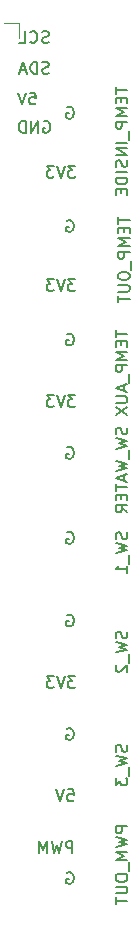
<source format=gbo>
%TF.GenerationSoftware,KiCad,Pcbnew,6.0.5-a6ca702e91~116~ubuntu20.04.1*%
%TF.CreationDate,2022-05-19T23:39:57-06:00*%
%TF.ProjectId,hvac-v2,68766163-2d76-4322-9e6b-696361645f70,rev?*%
%TF.SameCoordinates,Original*%
%TF.FileFunction,Legend,Bot*%
%TF.FilePolarity,Positive*%
%FSLAX46Y46*%
G04 Gerber Fmt 4.6, Leading zero omitted, Abs format (unit mm)*
G04 Created by KiCad (PCBNEW 6.0.5-a6ca702e91~116~ubuntu20.04.1) date 2022-05-19 23:39:57*
%MOMM*%
%LPD*%
G01*
G04 APERTURE LIST*
%ADD10C,0.150000*%
%ADD11C,0.120000*%
%ADD12C,3.400000*%
%ADD13C,1.000000*%
%ADD14R,1.500000X1.500000*%
%ADD15C,1.500000*%
%ADD16R,2.000000X2.000000*%
%ADD17C,2.000000*%
%ADD18R,3.200000X3.200000*%
%ADD19O,3.200000X3.200000*%
%ADD20C,2.625000*%
%ADD21C,3.706000*%
%ADD22C,4.500000*%
%ADD23R,1.700000X1.700000*%
%ADD24O,1.700000X1.700000*%
%ADD25O,6.030000X2.070000*%
%ADD26O,3.000000X3.500000*%
%ADD27R,1.050000X1.500000*%
%ADD28O,1.050000X1.500000*%
%ADD29O,2.000000X8.000000*%
G04 APERTURE END LIST*
D10*
X148990476Y-128852380D02*
X149466666Y-128852380D01*
X149514285Y-129328571D01*
X149466666Y-129280952D01*
X149371428Y-129233333D01*
X149133333Y-129233333D01*
X149038095Y-129280952D01*
X148990476Y-129328571D01*
X148942857Y-129423809D01*
X148942857Y-129661904D01*
X148990476Y-129757142D01*
X149038095Y-129804761D01*
X149133333Y-129852380D01*
X149371428Y-129852380D01*
X149466666Y-129804761D01*
X149514285Y-129757142D01*
X148657142Y-128852380D02*
X148323809Y-129852380D01*
X147990476Y-128852380D01*
X154004761Y-115485714D02*
X154052380Y-115628571D01*
X154052380Y-115866666D01*
X154004761Y-115961904D01*
X153957142Y-116009523D01*
X153861904Y-116057142D01*
X153766666Y-116057142D01*
X153671428Y-116009523D01*
X153623809Y-115961904D01*
X153576190Y-115866666D01*
X153528571Y-115676190D01*
X153480952Y-115580952D01*
X153433333Y-115533333D01*
X153338095Y-115485714D01*
X153242857Y-115485714D01*
X153147619Y-115533333D01*
X153100000Y-115580952D01*
X153052380Y-115676190D01*
X153052380Y-115914285D01*
X153100000Y-116057142D01*
X153052380Y-116390476D02*
X154052380Y-116628571D01*
X153338095Y-116819047D01*
X154052380Y-117009523D01*
X153052380Y-117247619D01*
X154147619Y-117390476D02*
X154147619Y-118152380D01*
X153147619Y-118342857D02*
X153100000Y-118390476D01*
X153052380Y-118485714D01*
X153052380Y-118723809D01*
X153100000Y-118819047D01*
X153147619Y-118866666D01*
X153242857Y-118914285D01*
X153338095Y-118914285D01*
X153480952Y-118866666D01*
X154052380Y-118295238D01*
X154052380Y-118914285D01*
X153052380Y-89980952D02*
X153052380Y-90552380D01*
X154052380Y-90266666D02*
X153052380Y-90266666D01*
X153528571Y-90885714D02*
X153528571Y-91219047D01*
X154052380Y-91361904D02*
X154052380Y-90885714D01*
X153052380Y-90885714D01*
X153052380Y-91361904D01*
X154052380Y-91790476D02*
X153052380Y-91790476D01*
X153766666Y-92123809D01*
X153052380Y-92457142D01*
X154052380Y-92457142D01*
X154052380Y-92933333D02*
X153052380Y-92933333D01*
X153052380Y-93314285D01*
X153100000Y-93409523D01*
X153147619Y-93457142D01*
X153242857Y-93504761D01*
X153385714Y-93504761D01*
X153480952Y-93457142D01*
X153528571Y-93409523D01*
X153576190Y-93314285D01*
X153576190Y-92933333D01*
X154147619Y-93695238D02*
X154147619Y-94457142D01*
X153766666Y-94647619D02*
X153766666Y-95123809D01*
X154052380Y-94552380D02*
X153052380Y-94885714D01*
X154052380Y-95219047D01*
X153052380Y-95552380D02*
X153861904Y-95552380D01*
X153957142Y-95600000D01*
X154004761Y-95647619D01*
X154052380Y-95742857D01*
X154052380Y-95933333D01*
X154004761Y-96028571D01*
X153957142Y-96076190D01*
X153861904Y-96123809D01*
X153052380Y-96123809D01*
X153052380Y-96504761D02*
X154052380Y-97171428D01*
X153052380Y-97171428D02*
X154052380Y-96504761D01*
X148938095Y-99900000D02*
X149033333Y-99852380D01*
X149176190Y-99852380D01*
X149319047Y-99900000D01*
X149414285Y-99995238D01*
X149461904Y-100090476D01*
X149509523Y-100280952D01*
X149509523Y-100423809D01*
X149461904Y-100614285D01*
X149414285Y-100709523D01*
X149319047Y-100804761D01*
X149176190Y-100852380D01*
X149080952Y-100852380D01*
X148938095Y-100804761D01*
X148890476Y-100757142D01*
X148890476Y-100423809D01*
X149080952Y-100423809D01*
X148938095Y-90300000D02*
X149033333Y-90252380D01*
X149176190Y-90252380D01*
X149319047Y-90300000D01*
X149414285Y-90395238D01*
X149461904Y-90490476D01*
X149509523Y-90680952D01*
X149509523Y-90823809D01*
X149461904Y-91014285D01*
X149414285Y-91109523D01*
X149319047Y-91204761D01*
X149176190Y-91252380D01*
X149080952Y-91252380D01*
X148938095Y-91204761D01*
X148890476Y-91157142D01*
X148890476Y-90823809D01*
X149080952Y-90823809D01*
X148938095Y-71100000D02*
X149033333Y-71052380D01*
X149176190Y-71052380D01*
X149319047Y-71100000D01*
X149414285Y-71195238D01*
X149461904Y-71290476D01*
X149509523Y-71480952D01*
X149509523Y-71623809D01*
X149461904Y-71814285D01*
X149414285Y-71909523D01*
X149319047Y-72004761D01*
X149176190Y-72052380D01*
X149080952Y-72052380D01*
X148938095Y-72004761D01*
X148890476Y-71957142D01*
X148890476Y-71623809D01*
X149080952Y-71623809D01*
X153252380Y-80380952D02*
X153252380Y-80952380D01*
X154252380Y-80666666D02*
X153252380Y-80666666D01*
X153728571Y-81285714D02*
X153728571Y-81619047D01*
X154252380Y-81761904D02*
X154252380Y-81285714D01*
X153252380Y-81285714D01*
X153252380Y-81761904D01*
X154252380Y-82190476D02*
X153252380Y-82190476D01*
X153966666Y-82523809D01*
X153252380Y-82857142D01*
X154252380Y-82857142D01*
X154252380Y-83333333D02*
X153252380Y-83333333D01*
X153252380Y-83714285D01*
X153300000Y-83809523D01*
X153347619Y-83857142D01*
X153442857Y-83904761D01*
X153585714Y-83904761D01*
X153680952Y-83857142D01*
X153728571Y-83809523D01*
X153776190Y-83714285D01*
X153776190Y-83333333D01*
X154347619Y-84095238D02*
X154347619Y-84857142D01*
X153252380Y-85285714D02*
X153252380Y-85476190D01*
X153300000Y-85571428D01*
X153395238Y-85666666D01*
X153585714Y-85714285D01*
X153919047Y-85714285D01*
X154109523Y-85666666D01*
X154204761Y-85571428D01*
X154252380Y-85476190D01*
X154252380Y-85285714D01*
X154204761Y-85190476D01*
X154109523Y-85095238D01*
X153919047Y-85047619D01*
X153585714Y-85047619D01*
X153395238Y-85095238D01*
X153300000Y-85190476D01*
X153252380Y-85285714D01*
X153252380Y-86142857D02*
X154061904Y-86142857D01*
X154157142Y-86190476D01*
X154204761Y-86238095D01*
X154252380Y-86333333D01*
X154252380Y-86523809D01*
X154204761Y-86619047D01*
X154157142Y-86666666D01*
X154061904Y-86714285D01*
X153252380Y-86714285D01*
X153252380Y-87047619D02*
X153252380Y-87619047D01*
X154252380Y-87333333D02*
X153252380Y-87333333D01*
X154052380Y-131985714D02*
X153052380Y-131985714D01*
X153052380Y-132366666D01*
X153100000Y-132461904D01*
X153147619Y-132509523D01*
X153242857Y-132557142D01*
X153385714Y-132557142D01*
X153480952Y-132509523D01*
X153528571Y-132461904D01*
X153576190Y-132366666D01*
X153576190Y-131985714D01*
X153052380Y-132890476D02*
X154052380Y-133128571D01*
X153338095Y-133319047D01*
X154052380Y-133509523D01*
X153052380Y-133747619D01*
X154052380Y-134128571D02*
X153052380Y-134128571D01*
X153766666Y-134461904D01*
X153052380Y-134795238D01*
X154052380Y-134795238D01*
X154147619Y-135033333D02*
X154147619Y-135795238D01*
X153052380Y-136223809D02*
X153052380Y-136414285D01*
X153100000Y-136509523D01*
X153195238Y-136604761D01*
X153385714Y-136652380D01*
X153719047Y-136652380D01*
X153909523Y-136604761D01*
X154004761Y-136509523D01*
X154052380Y-136414285D01*
X154052380Y-136223809D01*
X154004761Y-136128571D01*
X153909523Y-136033333D01*
X153719047Y-135985714D01*
X153385714Y-135985714D01*
X153195238Y-136033333D01*
X153100000Y-136128571D01*
X153052380Y-136223809D01*
X153052380Y-137080952D02*
X153861904Y-137080952D01*
X153957142Y-137128571D01*
X154004761Y-137176190D01*
X154052380Y-137271428D01*
X154052380Y-137461904D01*
X154004761Y-137557142D01*
X153957142Y-137604761D01*
X153861904Y-137652380D01*
X153052380Y-137652380D01*
X153052380Y-137985714D02*
X153052380Y-138557142D01*
X154052380Y-138271428D02*
X153052380Y-138271428D01*
X153052380Y-69380952D02*
X153052380Y-69952380D01*
X154052380Y-69666666D02*
X153052380Y-69666666D01*
X153528571Y-70285714D02*
X153528571Y-70619047D01*
X154052380Y-70761904D02*
X154052380Y-70285714D01*
X153052380Y-70285714D01*
X153052380Y-70761904D01*
X154052380Y-71190476D02*
X153052380Y-71190476D01*
X153766666Y-71523809D01*
X153052380Y-71857142D01*
X154052380Y-71857142D01*
X154052380Y-72333333D02*
X153052380Y-72333333D01*
X153052380Y-72714285D01*
X153100000Y-72809523D01*
X153147619Y-72857142D01*
X153242857Y-72904761D01*
X153385714Y-72904761D01*
X153480952Y-72857142D01*
X153528571Y-72809523D01*
X153576190Y-72714285D01*
X153576190Y-72333333D01*
X154147619Y-73095238D02*
X154147619Y-73857142D01*
X154052380Y-74095238D02*
X153052380Y-74095238D01*
X154052380Y-74571428D02*
X153052380Y-74571428D01*
X154052380Y-75142857D01*
X153052380Y-75142857D01*
X154004761Y-75571428D02*
X154052380Y-75714285D01*
X154052380Y-75952380D01*
X154004761Y-76047619D01*
X153957142Y-76095238D01*
X153861904Y-76142857D01*
X153766666Y-76142857D01*
X153671428Y-76095238D01*
X153623809Y-76047619D01*
X153576190Y-75952380D01*
X153528571Y-75761904D01*
X153480952Y-75666666D01*
X153433333Y-75619047D01*
X153338095Y-75571428D01*
X153242857Y-75571428D01*
X153147619Y-75619047D01*
X153100000Y-75666666D01*
X153052380Y-75761904D01*
X153052380Y-76000000D01*
X153100000Y-76142857D01*
X154052380Y-76571428D02*
X153052380Y-76571428D01*
X154052380Y-77047619D02*
X153052380Y-77047619D01*
X153052380Y-77285714D01*
X153100000Y-77428571D01*
X153195238Y-77523809D01*
X153290476Y-77571428D01*
X153480952Y-77619047D01*
X153623809Y-77619047D01*
X153814285Y-77571428D01*
X153909523Y-77523809D01*
X154004761Y-77428571D01*
X154052380Y-77285714D01*
X154052380Y-77047619D01*
X153528571Y-78047619D02*
X153528571Y-78380952D01*
X154052380Y-78523809D02*
X154052380Y-78047619D01*
X153052380Y-78047619D01*
X153052380Y-78523809D01*
X149404761Y-134252380D02*
X149404761Y-133252380D01*
X149023809Y-133252380D01*
X148928571Y-133300000D01*
X148880952Y-133347619D01*
X148833333Y-133442857D01*
X148833333Y-133585714D01*
X148880952Y-133680952D01*
X148928571Y-133728571D01*
X149023809Y-133776190D01*
X149404761Y-133776190D01*
X148500000Y-133252380D02*
X148261904Y-134252380D01*
X148071428Y-133538095D01*
X147880952Y-134252380D01*
X147642857Y-133252380D01*
X147261904Y-134252380D02*
X147261904Y-133252380D01*
X146928571Y-133966666D01*
X146595238Y-133252380D01*
X146595238Y-134252380D01*
X147414285Y-68204761D02*
X147271428Y-68252380D01*
X147033333Y-68252380D01*
X146938095Y-68204761D01*
X146890476Y-68157142D01*
X146842857Y-68061904D01*
X146842857Y-67966666D01*
X146890476Y-67871428D01*
X146938095Y-67823809D01*
X147033333Y-67776190D01*
X147223809Y-67728571D01*
X147319047Y-67680952D01*
X147366666Y-67633333D01*
X147414285Y-67538095D01*
X147414285Y-67442857D01*
X147366666Y-67347619D01*
X147319047Y-67300000D01*
X147223809Y-67252380D01*
X146985714Y-67252380D01*
X146842857Y-67300000D01*
X146414285Y-68252380D02*
X146414285Y-67252380D01*
X146176190Y-67252380D01*
X146033333Y-67300000D01*
X145938095Y-67395238D01*
X145890476Y-67490476D01*
X145842857Y-67680952D01*
X145842857Y-67823809D01*
X145890476Y-68014285D01*
X145938095Y-68109523D01*
X146033333Y-68204761D01*
X146176190Y-68252380D01*
X146414285Y-68252380D01*
X145461904Y-67966666D02*
X144985714Y-67966666D01*
X145557142Y-68252380D02*
X145223809Y-67252380D01*
X144890476Y-68252380D01*
X154004761Y-107085714D02*
X154052380Y-107228571D01*
X154052380Y-107466666D01*
X154004761Y-107561904D01*
X153957142Y-107609523D01*
X153861904Y-107657142D01*
X153766666Y-107657142D01*
X153671428Y-107609523D01*
X153623809Y-107561904D01*
X153576190Y-107466666D01*
X153528571Y-107276190D01*
X153480952Y-107180952D01*
X153433333Y-107133333D01*
X153338095Y-107085714D01*
X153242857Y-107085714D01*
X153147619Y-107133333D01*
X153100000Y-107180952D01*
X153052380Y-107276190D01*
X153052380Y-107514285D01*
X153100000Y-107657142D01*
X153052380Y-107990476D02*
X154052380Y-108228571D01*
X153338095Y-108419047D01*
X154052380Y-108609523D01*
X153052380Y-108847619D01*
X154147619Y-108990476D02*
X154147619Y-109752380D01*
X154052380Y-110514285D02*
X154052380Y-109942857D01*
X154052380Y-110228571D02*
X153052380Y-110228571D01*
X153195238Y-110133333D01*
X153290476Y-110038095D01*
X153338095Y-109942857D01*
X147390476Y-65604761D02*
X147247619Y-65652380D01*
X147009523Y-65652380D01*
X146914285Y-65604761D01*
X146866666Y-65557142D01*
X146819047Y-65461904D01*
X146819047Y-65366666D01*
X146866666Y-65271428D01*
X146914285Y-65223809D01*
X147009523Y-65176190D01*
X147200000Y-65128571D01*
X147295238Y-65080952D01*
X147342857Y-65033333D01*
X147390476Y-64938095D01*
X147390476Y-64842857D01*
X147342857Y-64747619D01*
X147295238Y-64700000D01*
X147200000Y-64652380D01*
X146961904Y-64652380D01*
X146819047Y-64700000D01*
X145819047Y-65557142D02*
X145866666Y-65604761D01*
X146009523Y-65652380D01*
X146104761Y-65652380D01*
X146247619Y-65604761D01*
X146342857Y-65509523D01*
X146390476Y-65414285D01*
X146438095Y-65223809D01*
X146438095Y-65080952D01*
X146390476Y-64890476D01*
X146342857Y-64795238D01*
X146247619Y-64700000D01*
X146104761Y-64652380D01*
X146009523Y-64652380D01*
X145866666Y-64700000D01*
X145819047Y-64747619D01*
X144914285Y-65652380D02*
X145390476Y-65652380D01*
X145390476Y-64652380D01*
X154004761Y-98228571D02*
X154052380Y-98371428D01*
X154052380Y-98609523D01*
X154004761Y-98704761D01*
X153957142Y-98752380D01*
X153861904Y-98800000D01*
X153766666Y-98800000D01*
X153671428Y-98752380D01*
X153623809Y-98704761D01*
X153576190Y-98609523D01*
X153528571Y-98419047D01*
X153480952Y-98323809D01*
X153433333Y-98276190D01*
X153338095Y-98228571D01*
X153242857Y-98228571D01*
X153147619Y-98276190D01*
X153100000Y-98323809D01*
X153052380Y-98419047D01*
X153052380Y-98657142D01*
X153100000Y-98800000D01*
X153052380Y-99133333D02*
X154052380Y-99371428D01*
X153338095Y-99561904D01*
X154052380Y-99752380D01*
X153052380Y-99990476D01*
X154147619Y-100133333D02*
X154147619Y-100895238D01*
X153052380Y-101038095D02*
X154052380Y-101276190D01*
X153338095Y-101466666D01*
X154052380Y-101657142D01*
X153052380Y-101895238D01*
X153766666Y-102228571D02*
X153766666Y-102704761D01*
X154052380Y-102133333D02*
X153052380Y-102466666D01*
X154052380Y-102800000D01*
X153052380Y-102990476D02*
X153052380Y-103561904D01*
X154052380Y-103276190D02*
X153052380Y-103276190D01*
X153528571Y-103895238D02*
X153528571Y-104228571D01*
X154052380Y-104371428D02*
X154052380Y-103895238D01*
X153052380Y-103895238D01*
X153052380Y-104371428D01*
X154052380Y-105371428D02*
X153576190Y-105038095D01*
X154052380Y-104800000D02*
X153052380Y-104800000D01*
X153052380Y-105180952D01*
X153100000Y-105276190D01*
X153147619Y-105323809D01*
X153242857Y-105371428D01*
X153385714Y-105371428D01*
X153480952Y-105323809D01*
X153528571Y-105276190D01*
X153576190Y-105180952D01*
X153576190Y-104800000D01*
X149638095Y-95452380D02*
X149019047Y-95452380D01*
X149352380Y-95833333D01*
X149209523Y-95833333D01*
X149114285Y-95880952D01*
X149066666Y-95928571D01*
X149019047Y-96023809D01*
X149019047Y-96261904D01*
X149066666Y-96357142D01*
X149114285Y-96404761D01*
X149209523Y-96452380D01*
X149495238Y-96452380D01*
X149590476Y-96404761D01*
X149638095Y-96357142D01*
X148733333Y-95452380D02*
X148400000Y-96452380D01*
X148066666Y-95452380D01*
X147828571Y-95452380D02*
X147209523Y-95452380D01*
X147542857Y-95833333D01*
X147400000Y-95833333D01*
X147304761Y-95880952D01*
X147257142Y-95928571D01*
X147209523Y-96023809D01*
X147209523Y-96261904D01*
X147257142Y-96357142D01*
X147304761Y-96404761D01*
X147400000Y-96452380D01*
X147685714Y-96452380D01*
X147780952Y-96404761D01*
X147828571Y-96357142D01*
X149638095Y-76052380D02*
X149019047Y-76052380D01*
X149352380Y-76433333D01*
X149209523Y-76433333D01*
X149114285Y-76480952D01*
X149066666Y-76528571D01*
X149019047Y-76623809D01*
X149019047Y-76861904D01*
X149066666Y-76957142D01*
X149114285Y-77004761D01*
X149209523Y-77052380D01*
X149495238Y-77052380D01*
X149590476Y-77004761D01*
X149638095Y-76957142D01*
X148733333Y-76052380D02*
X148400000Y-77052380D01*
X148066666Y-76052380D01*
X147828571Y-76052380D02*
X147209523Y-76052380D01*
X147542857Y-76433333D01*
X147400000Y-76433333D01*
X147304761Y-76480952D01*
X147257142Y-76528571D01*
X147209523Y-76623809D01*
X147209523Y-76861904D01*
X147257142Y-76957142D01*
X147304761Y-77004761D01*
X147400000Y-77052380D01*
X147685714Y-77052380D01*
X147780952Y-77004761D01*
X147828571Y-76957142D01*
X148938095Y-123700000D02*
X149033333Y-123652380D01*
X149176190Y-123652380D01*
X149319047Y-123700000D01*
X149414285Y-123795238D01*
X149461904Y-123890476D01*
X149509523Y-124080952D01*
X149509523Y-124223809D01*
X149461904Y-124414285D01*
X149414285Y-124509523D01*
X149319047Y-124604761D01*
X149176190Y-124652380D01*
X149080952Y-124652380D01*
X148938095Y-124604761D01*
X148890476Y-124557142D01*
X148890476Y-124223809D01*
X149080952Y-124223809D01*
X145790476Y-69852380D02*
X146266666Y-69852380D01*
X146314285Y-70328571D01*
X146266666Y-70280952D01*
X146171428Y-70233333D01*
X145933333Y-70233333D01*
X145838095Y-70280952D01*
X145790476Y-70328571D01*
X145742857Y-70423809D01*
X145742857Y-70661904D01*
X145790476Y-70757142D01*
X145838095Y-70804761D01*
X145933333Y-70852380D01*
X146171428Y-70852380D01*
X146266666Y-70804761D01*
X146314285Y-70757142D01*
X145457142Y-69852380D02*
X145123809Y-70852380D01*
X144790476Y-69852380D01*
X149638095Y-119252380D02*
X149019047Y-119252380D01*
X149352380Y-119633333D01*
X149209523Y-119633333D01*
X149114285Y-119680952D01*
X149066666Y-119728571D01*
X149019047Y-119823809D01*
X149019047Y-120061904D01*
X149066666Y-120157142D01*
X149114285Y-120204761D01*
X149209523Y-120252380D01*
X149495238Y-120252380D01*
X149590476Y-120204761D01*
X149638095Y-120157142D01*
X148733333Y-119252380D02*
X148400000Y-120252380D01*
X148066666Y-119252380D01*
X147828571Y-119252380D02*
X147209523Y-119252380D01*
X147542857Y-119633333D01*
X147400000Y-119633333D01*
X147304761Y-119680952D01*
X147257142Y-119728571D01*
X147209523Y-119823809D01*
X147209523Y-120061904D01*
X147257142Y-120157142D01*
X147304761Y-120204761D01*
X147400000Y-120252380D01*
X147685714Y-120252380D01*
X147780952Y-120204761D01*
X147828571Y-120157142D01*
X149638095Y-85652380D02*
X149019047Y-85652380D01*
X149352380Y-86033333D01*
X149209523Y-86033333D01*
X149114285Y-86080952D01*
X149066666Y-86128571D01*
X149019047Y-86223809D01*
X149019047Y-86461904D01*
X149066666Y-86557142D01*
X149114285Y-86604761D01*
X149209523Y-86652380D01*
X149495238Y-86652380D01*
X149590476Y-86604761D01*
X149638095Y-86557142D01*
X148733333Y-85652380D02*
X148400000Y-86652380D01*
X148066666Y-85652380D01*
X147828571Y-85652380D02*
X147209523Y-85652380D01*
X147542857Y-86033333D01*
X147400000Y-86033333D01*
X147304761Y-86080952D01*
X147257142Y-86128571D01*
X147209523Y-86223809D01*
X147209523Y-86461904D01*
X147257142Y-86557142D01*
X147304761Y-86604761D01*
X147400000Y-86652380D01*
X147685714Y-86652380D01*
X147780952Y-86604761D01*
X147828571Y-86557142D01*
X146961904Y-72300000D02*
X147057142Y-72252380D01*
X147200000Y-72252380D01*
X147342857Y-72300000D01*
X147438095Y-72395238D01*
X147485714Y-72490476D01*
X147533333Y-72680952D01*
X147533333Y-72823809D01*
X147485714Y-73014285D01*
X147438095Y-73109523D01*
X147342857Y-73204761D01*
X147200000Y-73252380D01*
X147104761Y-73252380D01*
X146961904Y-73204761D01*
X146914285Y-73157142D01*
X146914285Y-72823809D01*
X147104761Y-72823809D01*
X146485714Y-73252380D02*
X146485714Y-72252380D01*
X145914285Y-73252380D01*
X145914285Y-72252380D01*
X145438095Y-73252380D02*
X145438095Y-72252380D01*
X145200000Y-72252380D01*
X145057142Y-72300000D01*
X144961904Y-72395238D01*
X144914285Y-72490476D01*
X144866666Y-72680952D01*
X144866666Y-72823809D01*
X144914285Y-73014285D01*
X144961904Y-73109523D01*
X145057142Y-73204761D01*
X145200000Y-73252380D01*
X145438095Y-73252380D01*
X148938095Y-114100000D02*
X149033333Y-114052380D01*
X149176190Y-114052380D01*
X149319047Y-114100000D01*
X149414285Y-114195238D01*
X149461904Y-114290476D01*
X149509523Y-114480952D01*
X149509523Y-114623809D01*
X149461904Y-114814285D01*
X149414285Y-114909523D01*
X149319047Y-115004761D01*
X149176190Y-115052380D01*
X149080952Y-115052380D01*
X148938095Y-115004761D01*
X148890476Y-114957142D01*
X148890476Y-114623809D01*
X149080952Y-114623809D01*
X148938095Y-135900000D02*
X149033333Y-135852380D01*
X149176190Y-135852380D01*
X149319047Y-135900000D01*
X149414285Y-135995238D01*
X149461904Y-136090476D01*
X149509523Y-136280952D01*
X149509523Y-136423809D01*
X149461904Y-136614285D01*
X149414285Y-136709523D01*
X149319047Y-136804761D01*
X149176190Y-136852380D01*
X149080952Y-136852380D01*
X148938095Y-136804761D01*
X148890476Y-136757142D01*
X148890476Y-136423809D01*
X149080952Y-136423809D01*
X154004761Y-125085714D02*
X154052380Y-125228571D01*
X154052380Y-125466666D01*
X154004761Y-125561904D01*
X153957142Y-125609523D01*
X153861904Y-125657142D01*
X153766666Y-125657142D01*
X153671428Y-125609523D01*
X153623809Y-125561904D01*
X153576190Y-125466666D01*
X153528571Y-125276190D01*
X153480952Y-125180952D01*
X153433333Y-125133333D01*
X153338095Y-125085714D01*
X153242857Y-125085714D01*
X153147619Y-125133333D01*
X153100000Y-125180952D01*
X153052380Y-125276190D01*
X153052380Y-125514285D01*
X153100000Y-125657142D01*
X153052380Y-125990476D02*
X154052380Y-126228571D01*
X153338095Y-126419047D01*
X154052380Y-126609523D01*
X153052380Y-126847619D01*
X154147619Y-126990476D02*
X154147619Y-127752380D01*
X153052380Y-127895238D02*
X153052380Y-128514285D01*
X153433333Y-128180952D01*
X153433333Y-128323809D01*
X153480952Y-128419047D01*
X153528571Y-128466666D01*
X153623809Y-128514285D01*
X153861904Y-128514285D01*
X153957142Y-128466666D01*
X154004761Y-128419047D01*
X154052380Y-128323809D01*
X154052380Y-128038095D01*
X154004761Y-127942857D01*
X153957142Y-127895238D01*
X148938095Y-107100000D02*
X149033333Y-107052380D01*
X149176190Y-107052380D01*
X149319047Y-107100000D01*
X149414285Y-107195238D01*
X149461904Y-107290476D01*
X149509523Y-107480952D01*
X149509523Y-107623809D01*
X149461904Y-107814285D01*
X149414285Y-107909523D01*
X149319047Y-108004761D01*
X149176190Y-108052380D01*
X149080952Y-108052380D01*
X148938095Y-108004761D01*
X148890476Y-107957142D01*
X148890476Y-107623809D01*
X149080952Y-107623809D01*
X148938095Y-80700000D02*
X149033333Y-80652380D01*
X149176190Y-80652380D01*
X149319047Y-80700000D01*
X149414285Y-80795238D01*
X149461904Y-80890476D01*
X149509523Y-81080952D01*
X149509523Y-81223809D01*
X149461904Y-81414285D01*
X149414285Y-81509523D01*
X149319047Y-81604761D01*
X149176190Y-81652380D01*
X149080952Y-81652380D01*
X148938095Y-81604761D01*
X148890476Y-81557142D01*
X148890476Y-81223809D01*
X149080952Y-81223809D01*
D11*
%TO.C,J2*%
X144870000Y-63930000D02*
X143600000Y-63930000D01*
X144870000Y-65200000D02*
X144870000Y-63930000D01*
%TD*%
%LPC*%
D12*
%TO.C,BZ1*%
X97400000Y-107600000D03*
X97400000Y-102600000D03*
D13*
X101150000Y-105100000D03*
X93650000Y-105100000D03*
%TD*%
D14*
%TO.C,U6*%
X52850000Y-101050000D03*
D15*
X52850000Y-103590000D03*
X52850000Y-106130000D03*
%TD*%
D14*
%TO.C,U4*%
X61750000Y-104150000D03*
D15*
X61750000Y-106690000D03*
X61750000Y-109230000D03*
%TD*%
D16*
%TO.C,C19*%
X54400000Y-113000000D03*
D17*
X49400000Y-113000000D03*
%TD*%
D16*
%TO.C,C39*%
X81100000Y-107800000D03*
D17*
X81100000Y-112800000D03*
%TD*%
D18*
%TO.C,D8*%
X55500000Y-122400000D03*
D19*
X42800000Y-122400000D03*
%TD*%
D18*
%TO.C,D9*%
X55500000Y-128700000D03*
D19*
X42800000Y-128700000D03*
%TD*%
D18*
%TO.C,D17*%
X119300000Y-129100000D03*
D19*
X106600000Y-129100000D03*
%TD*%
D18*
%TO.C,D18*%
X139300000Y-129100000D03*
D19*
X126600000Y-129100000D03*
%TD*%
D20*
%TO.C,F1*%
X67250000Y-139650000D03*
D21*
X67250000Y-149950000D03*
X76150000Y-149950000D03*
D20*
X76150000Y-139650000D03*
%TD*%
D22*
%TO.C,H1*%
X35000000Y-147000000D03*
%TD*%
%TO.C,H2*%
X150000000Y-64000000D03*
%TD*%
%TO.C,H3*%
X150000000Y-147000000D03*
%TD*%
%TO.C,H4*%
X35000000Y-104000000D03*
%TD*%
D23*
%TO.C,J3*%
X150900000Y-133800000D03*
D24*
X150900000Y-136340000D03*
%TD*%
D25*
%TO.C,J4*%
X53150000Y-134500000D03*
X45250000Y-134500000D03*
%TD*%
D23*
%TO.C,J5*%
X150900000Y-114600000D03*
D24*
X150900000Y-117140000D03*
X150900000Y-119680000D03*
%TD*%
D23*
%TO.C,J6*%
X150900000Y-124200000D03*
D24*
X150900000Y-126740000D03*
X150900000Y-129280000D03*
%TD*%
D25*
%TO.C,J7*%
X116850000Y-133900000D03*
X108950000Y-133900000D03*
%TD*%
%TO.C,J8*%
X136850000Y-133900000D03*
X128950000Y-133900000D03*
%TD*%
D23*
%TO.C,J9*%
X150900000Y-100400000D03*
D24*
X150900000Y-102940000D03*
%TD*%
D23*
%TO.C,J10*%
X150900000Y-107500000D03*
D24*
X150900000Y-110040000D03*
%TD*%
D23*
%TO.C,J12*%
X150900000Y-81100000D03*
D24*
X150900000Y-83640000D03*
X150900000Y-86180000D03*
%TD*%
D23*
%TO.C,J13*%
X150900000Y-90800000D03*
D24*
X150900000Y-93340000D03*
X150900000Y-95880000D03*
%TD*%
D23*
%TO.C,J14*%
X119300000Y-68200000D03*
D24*
X121840000Y-68200000D03*
X124380000Y-68200000D03*
X126920000Y-68200000D03*
%TD*%
D17*
%TO.C,SW2*%
X125500000Y-86500000D03*
X130500000Y-86500000D03*
X128000000Y-86500000D03*
X125500000Y-72000000D03*
X130500000Y-72000000D03*
D26*
X133600000Y-79000000D03*
X122400000Y-79000000D03*
%TD*%
D27*
%TO.C,U5*%
X144900000Y-138900000D03*
D28*
X146170000Y-138900000D03*
X147440000Y-138900000D03*
%TD*%
D25*
%TO.C,J1*%
X97050000Y-133900000D03*
X89150000Y-133900000D03*
%TD*%
D18*
%TO.C,D3*%
X99500000Y-129100000D03*
D19*
X86800000Y-129100000D03*
%TD*%
D23*
%TO.C,J11*%
X150900000Y-71500000D03*
D24*
X150900000Y-74040000D03*
X150900000Y-76580000D03*
%TD*%
D22*
%TO.C,H5*%
X117400000Y-93900000D03*
%TD*%
D29*
%TO.C,H6*%
X142100000Y-138800000D03*
%TD*%
D23*
%TO.C,J2*%
X143600000Y-65200000D03*
D24*
X143600000Y-67740000D03*
X143600000Y-70280000D03*
X143600000Y-72820000D03*
%TD*%
M02*

</source>
